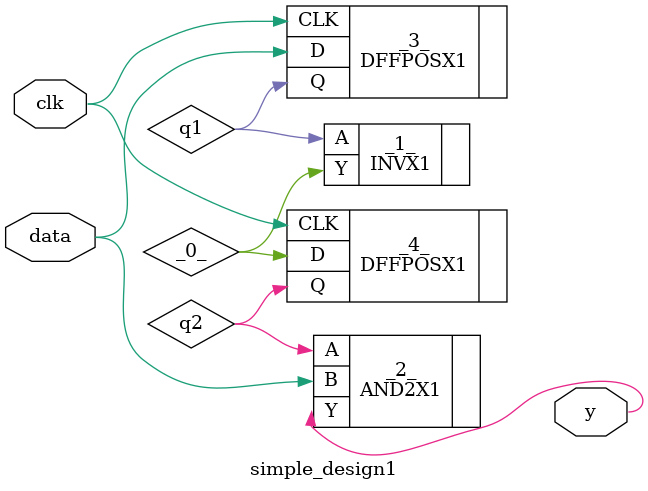
<source format=v>
/* Generated by Yosys 0.7+169 (git sha1 3bbac5c, clang 3.4-1ubuntu3 -fPIC -Os) */

(* src = "mydesign.v:3" *)
module simple_design1(clk, data, y);
  (* src = "mydesign.v:8" *)
  wire _0_;
  (* src = "mydesign.v:4" *)
  input clk;
  (* src = "mydesign.v:4" *)
  input data;
  (* src = "mydesign.v:5" *)
  wire q1;
  (* src = "mydesign.v:5" *)
  wire q2;
  (* src = "mydesign.v:6" *)
  output y;
  INVX1 _1_ (
    .A(q1),
    .Y(_0_)
  );
  AND2X1 _2_ (
    .A(q2),
    .B(data),
    .Y(y)
  );
  DFFPOSX1 _3_ (
    .CLK(clk),
    .D(data),
    .Q(q1)
  );
  DFFPOSX1 _4_ (
    .CLK(clk),
    .D(_0_),
    .Q(q2)
  );
endmodule

</source>
